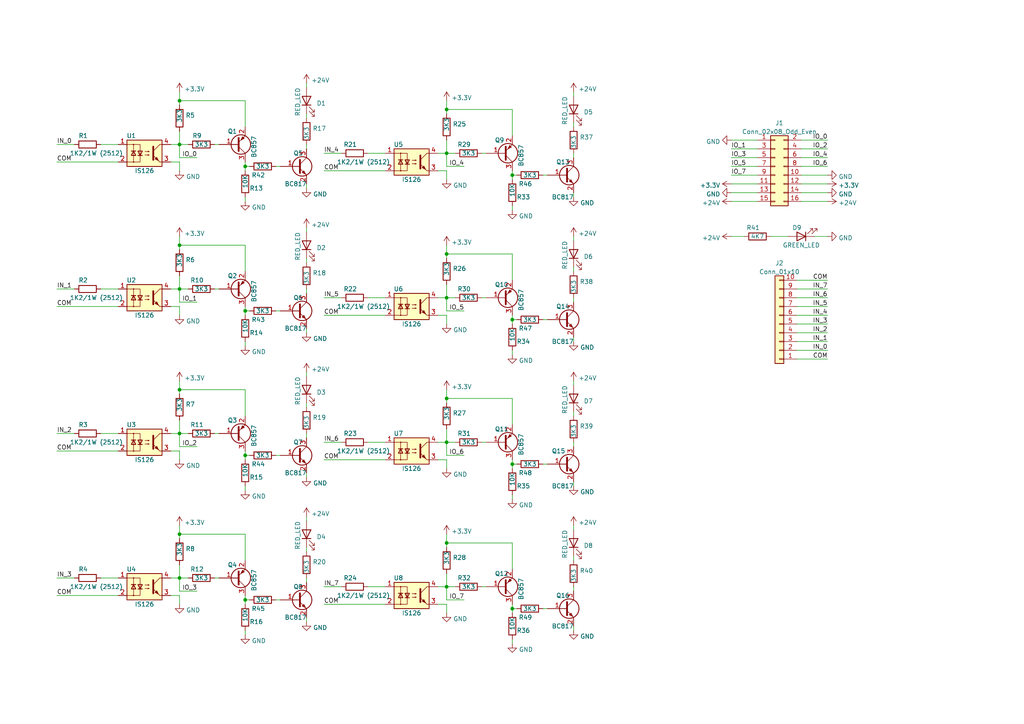
<source format=kicad_sch>
(kicad_sch (version 20211123) (generator eeschema)
  (paper "A4")
  (title_block (title "din-8") (date "2023-04-06") (rev "1.1") (company "www.iotvertebrae.com") (comment 1 "Mechanical design: Xavier Pi") (comment 2 "Circuit & PCB design: Jordi Binefa"))
  (lib_symbols
    (symbol "Connector_Generic:Conn_01x10" (pin_names (offset 1.016) hide)
      (property "Reference" "J" (at 0 12.7 0))
      (property "Value" "Conn_01x10" (at 0 -15.24 0))
      (symbol "Conn_01x10_1_1"
        (pin passive line (at -5.08 10.16 0) (length 3.81) (name "Pin_1") (number "1"))
        (pin passive line (at -5.08 -12.7 0) (length 3.81) (name "Pin_10") (number "10"))
        (pin passive line (at -5.08 7.62 0) (length 3.81) (name "Pin_2") (number "2"))
        (pin passive line (at -5.08 5.08 0) (length 3.81) (name "Pin_3") (number "3"))
        (pin passive line (at -5.08 2.54 0) (length 3.81) (name "Pin_4") (number "4"))
        (pin passive line (at -5.08 0 0) (length 3.81) (name "Pin_5") (number "5"))
        (pin passive line (at -5.08 -2.54 0) (length 3.81) (name "Pin_6") (number "6"))
        (pin passive line (at -5.08 -5.08 0) (length 3.81) (name "Pin_7") (number "7"))
        (pin passive line (at -5.08 -7.62 0) (length 3.81) (name "Pin_8") (number "8"))
        (pin passive line (at -5.08 -10.16 0) (length 3.81) (name "Pin_9") (number "9"))
      )
    )
    (symbol "Connector_Generic:Conn_02x08_Odd_Even" (pin_names (offset 1.016) hide)
      (property "Reference" "J" (at 1.27 10.16 0))
      (property "Value" "Conn_02x08_Odd_Even" (at 1.27 -12.7 0))
      (symbol "Conn_02x08_Odd_Even_1_1"
        (pin passive line (at -5.08 7.62 0) (length 3.81) (name "Pin_1") (number "1"))
        (pin passive line (at 7.62 -2.54 180) (length 3.81) (name "Pin_10") (number "10"))
        (pin passive line (at -5.08 -5.08 0) (length 3.81) (name "Pin_11") (number "11"))
        (pin passive line (at 7.62 -5.08 180) (length 3.81) (name "Pin_12") (number "12"))
        (pin passive line (at -5.08 -7.62 0) (length 3.81) (name "Pin_13") (number "13"))
        (pin passive line (at 7.62 -7.62 180) (length 3.81) (name "Pin_14") (number "14"))
        (pin passive line (at -5.08 -10.16 0) (length 3.81) (name "Pin_15") (number "15"))
        (pin passive line (at 7.62 -10.16 180) (length 3.81) (name "Pin_16") (number "16"))
        (pin passive line (at 7.62 7.62 180) (length 3.81) (name "Pin_2") (number "2"))
        (pin passive line (at -5.08 5.08 0) (length 3.81) (name "Pin_3") (number "3"))
        (pin passive line (at 7.62 5.08 180) (length 3.81) (name "Pin_4") (number "4"))
        (pin passive line (at -5.08 2.54 0) (length 3.81) (name "Pin_5") (number "5"))
        (pin passive line (at 7.62 2.54 180) (length 3.81) (name "Pin_6") (number "6"))
        (pin passive line (at -5.08 0 0) (length 3.81) (name "Pin_7") (number "7"))
        (pin passive line (at 7.62 0 180) (length 3.81) (name "Pin_8") (number "8"))
        (pin passive line (at -5.08 -2.54 0) (length 3.81) (name "Pin_9") (number "9"))
      )
    )
    (symbol "Device:LED" (pin_numbers hide) (pin_names (offset 1.016) hide)
      (property "Reference" "D" (at 0 2.54 0))
      (property "Value" "LED" (at 0 -2.54 0))
      (symbol "LED_1_1"
        (pin passive line (at -3.81 0 0) (length 2.54) (name "K") (number "1"))
        (pin passive line (at 3.81 0 180) (length 2.54) (name "A") (number "2"))
      )
    )
    (symbol "Device:R" (pin_numbers hide) (pin_names (offset 0))
      (property "Reference" "R" (at 2.032 0 90))
      (property "Value" "R" (at 0 0 90))
      (symbol "R_1_1"
        (pin passive line (at 0 3.81 270) (length 1.27) (name "~") (number "1"))
        (pin passive line (at 0 -3.81 90) (length 1.27) (name "~") (number "2"))
      )
    )
    (symbol "Isolator:PC3H4" (pin_names (offset 1.016))
      (property "Reference" "U" (at -5.08 5.08 0))
      (property "Value" "PC3H4" (at 0 5.08 0))
      (symbol "PC3H4_1_1"
        (pin passive line (at -7.62 2.54 0) (length 2.54) (name "~") (number "1"))
        (pin passive line (at -7.62 -2.54 0) (length 2.54) (name "~") (number "2"))
        (pin passive line (at 7.62 -2.54 180) (length 2.54) (name "~") (number "3"))
        (pin passive line (at 7.62 2.54 180) (length 2.54) (name "~") (number "4"))
      )
    )
    (symbol "Transistor_BJT:BC817" (pin_names (offset 0) hide)
      (property "Reference" "Q" (at 5.08 1.905 0))
      (property "Value" "BC817" (at 5.08 0 0))
      (symbol "BC817_1_1"
        (pin input line (at -5.08 0 0) (length 5.715) (name "B") (number "1"))
        (pin passive line (at 2.54 -5.08 90) (length 2.54) (name "E") (number "2"))
        (pin passive line (at 2.54 5.08 270) (length 2.54) (name "C") (number "3"))
      )
    )
    (symbol "Transistor_BJT:BC857" (pin_names (offset 0) hide)
      (property "Reference" "Q" (at 5.08 1.905 0))
      (property "Value" "BC857" (at 5.08 0 0))
      (symbol "BC857_1_1"
        (pin input line (at -5.08 0 0) (length 5.715) (name "B") (number "1"))
        (pin passive line (at 2.54 -5.08 90) (length 2.54) (name "E") (number "2"))
        (pin passive line (at 2.54 5.08 270) (length 2.54) (name "C") (number "3"))
      )
    )
    (symbol "power:+24V" (power) (pin_names (offset 0))
      (property "Value" "+24V" (at 0 3.556 0))
      (symbol "+24V_1_1"
        (pin power_in line (at 0 0 90) (length 0) hide (name "+24V") (number "1"))
      )
    )
    (symbol "power:+3.3V" (power) (pin_names (offset 0))
      (property "Value" "+3.3V" (at 0 3.556 0))
      (symbol "+3.3V_1_1"
        (pin power_in line (at 0 0 90) (length 0) hide (name "+3.3V") (number "1"))
      )
    )
    (symbol "power:GND" (power) (pin_names (offset 0))
      (property "Value" "GND" (at 0 -3.81 0))
      (symbol "GND_1_1"
        (pin power_in line (at 0 0 270) (length 0) hide (name "GND") (number "1"))
      )
    )
  )
  (junction (at 71.12 173.99))
  (junction (at 148.59 92.71))
  (junction (at 129.54 170.18))
  (junction (at 52.07 154.94))
  (junction (at 129.54 115.57))
  (junction (at 71.12 48.26))
  (junction (at 52.07 29.21))
  (junction (at 148.59 50.8))
  (junction (at 129.54 128.27))
  (junction (at 52.07 167.64))
  (junction (at 148.59 176.53))
  (junction (at 129.54 44.45))
  (junction (at 71.12 90.17))
  (junction (at 148.59 134.62))
  (junction (at 52.07 113.03))
  (junction (at 129.54 73.66))
  (junction (at 129.54 31.75))
  (junction (at 52.07 83.82))
  (junction (at 71.12 132.08))
  (junction (at 52.07 41.91))
  (junction (at 52.07 125.73))
  (junction (at 129.54 86.36))
  (junction (at 129.54 157.48))
  (junction (at 52.07 71.12))
  (wire (pts (xy 93.98 128.27) (xy 99.06 128.27)))
  (wire (pts (xy 71.12 132.08) (xy 72.39 132.08)))
  (wire (pts (xy 148.59 143.51) (xy 148.59 144.78)))
  (wire (pts (xy 166.37 44.45) (xy 166.37 45.72)))
  (wire (pts (xy 148.59 91.44) (xy 148.59 92.71)))
  (wire (pts (xy 212.09 68.58) (xy 215.9 68.58)))
  (wire (pts (xy 148.59 175.26) (xy 148.59 176.53)))
  (wire (pts (xy 129.54 133.35) (xy 129.54 135.89)))
  (wire (pts (xy 106.68 44.45) (xy 111.76 44.45)))
  (wire (pts (xy 166.37 139.7) (xy 166.37 140.97)))
  (wire (pts (xy 52.07 71.12) (xy 52.07 72.39)))
  (wire (pts (xy 231.14 81.28) (xy 240.03 81.28)))
  (wire (pts (xy 57.15 129.54) (xy 52.07 129.54)))
  (wire (pts (xy 88.9 107.95) (xy 88.9 109.22)))
  (wire (pts (xy 129.54 40.64) (xy 129.54 44.45)))
  (wire (pts (xy 129.54 154.94) (xy 129.54 157.48)))
  (wire (pts (xy 166.37 128.27) (xy 166.37 129.54)))
  (wire (pts (xy 80.01 173.99) (xy 81.28 173.99)))
  (wire (pts (xy 166.37 55.88) (xy 166.37 57.15)))
  (wire (pts (xy 52.07 26.67) (xy 52.07 29.21)))
  (wire (pts (xy 52.07 46.99) (xy 52.07 49.53)))
  (wire (pts (xy 88.9 116.84) (xy 88.9 118.11)))
  (wire (pts (xy 212.09 55.88) (xy 219.71 55.88)))
  (wire (pts (xy 71.12 90.17) (xy 72.39 90.17)))
  (wire (pts (xy 129.54 31.75) (xy 148.59 31.75)))
  (wire (pts (xy 166.37 68.58) (xy 166.37 69.85)))
  (wire (pts (xy 52.07 88.9) (xy 52.07 91.44)))
  (wire (pts (xy 52.07 83.82) (xy 54.61 83.82)))
  (wire (pts (xy 232.41 48.26) (xy 240.03 48.26)))
  (wire (pts (xy 232.41 58.42) (xy 240.03 58.42)))
  (wire (pts (xy 129.54 173.99) (xy 129.54 170.18)))
  (wire (pts (xy 62.23 125.73) (xy 63.5 125.73)))
  (wire (pts (xy 148.59 176.53) (xy 149.86 176.53)))
  (wire (pts (xy 52.07 113.03) (xy 71.12 113.03)))
  (wire (pts (xy 127 133.35) (xy 129.54 133.35)))
  (wire (pts (xy 148.59 50.8) (xy 148.59 52.07)))
  (wire (pts (xy 52.07 41.91) (xy 54.61 41.91)))
  (wire (pts (xy 148.59 101.6) (xy 148.59 102.87)))
  (wire (pts (xy 231.14 86.36) (xy 240.03 86.36)))
  (wire (pts (xy 129.54 44.45) (xy 132.08 44.45)))
  (wire (pts (xy 71.12 99.06) (xy 71.12 100.33)))
  (wire (pts (xy 129.54 128.27) (xy 127 128.27)))
  (wire (pts (xy 52.07 130.81) (xy 52.07 133.35)))
  (wire (pts (xy 129.54 86.36) (xy 127 86.36)))
  (wire (pts (xy 71.12 140.97) (xy 71.12 142.24)))
  (wire (pts (xy 52.07 167.64) (xy 54.61 167.64)))
  (wire (pts (xy 223.52 68.58) (xy 228.6 68.58)))
  (wire (pts (xy 88.9 74.93) (xy 88.9 76.2)))
  (wire (pts (xy 71.12 132.08) (xy 71.12 133.35)))
  (wire (pts (xy 129.54 82.55) (xy 129.54 86.36)))
  (wire (pts (xy 166.37 161.29) (xy 166.37 162.56)))
  (wire (pts (xy 134.62 48.26) (xy 129.54 48.26)))
  (wire (pts (xy 29.21 41.91) (xy 34.29 41.91)))
  (wire (pts (xy 148.59 176.53) (xy 148.59 177.8)))
  (wire (pts (xy 212.09 40.64) (xy 219.71 40.64)))
  (wire (pts (xy 88.9 33.02) (xy 88.9 34.29)))
  (wire (pts (xy 106.68 128.27) (xy 111.76 128.27)))
  (wire (pts (xy 231.14 83.82) (xy 240.03 83.82)))
  (wire (pts (xy 148.59 134.62) (xy 149.86 134.62)))
  (wire (pts (xy 62.23 83.82) (xy 63.5 83.82)))
  (wire (pts (xy 71.12 48.26) (xy 71.12 49.53)))
  (wire (pts (xy 134.62 173.99) (xy 129.54 173.99)))
  (wire (pts (xy 93.98 170.18) (xy 99.06 170.18)))
  (wire (pts (xy 166.37 110.49) (xy 166.37 111.76)))
  (wire (pts (xy 62.23 167.64) (xy 63.5 167.64)))
  (wire (pts (xy 148.59 31.75) (xy 148.59 39.37)))
  (wire (pts (xy 166.37 181.61) (xy 166.37 182.88)))
  (wire (pts (xy 71.12 48.26) (xy 72.39 48.26)))
  (wire (pts (xy 57.15 45.72) (xy 52.07 45.72)))
  (wire (pts (xy 129.54 91.44) (xy 129.54 93.98)))
  (wire (pts (xy 232.41 43.18) (xy 240.03 43.18)))
  (wire (pts (xy 129.54 157.48) (xy 148.59 157.48)))
  (wire (pts (xy 88.9 137.16) (xy 88.9 138.43)))
  (wire (pts (xy 148.59 133.35) (xy 148.59 134.62)))
  (wire (pts (xy 231.14 99.06) (xy 240.03 99.06)))
  (wire (pts (xy 129.54 31.75) (xy 129.54 33.02)))
  (wire (pts (xy 29.21 83.82) (xy 34.29 83.82)))
  (wire (pts (xy 129.54 128.27) (xy 132.08 128.27)))
  (wire (pts (xy 71.12 154.94) (xy 71.12 162.56)))
  (wire (pts (xy 71.12 113.03) (xy 71.12 120.65)))
  (wire (pts (xy 52.07 45.72) (xy 52.07 41.91)))
  (wire (pts (xy 49.53 46.99) (xy 52.07 46.99)))
  (wire (pts (xy 148.59 73.66) (xy 148.59 81.28)))
  (wire (pts (xy 129.54 157.48) (xy 129.54 158.75)))
  (wire (pts (xy 231.14 96.52) (xy 240.03 96.52)))
  (wire (pts (xy 16.51 167.64) (xy 21.59 167.64)))
  (wire (pts (xy 52.07 38.1) (xy 52.07 41.91)))
  (wire (pts (xy 52.07 152.4) (xy 52.07 154.94)))
  (wire (pts (xy 166.37 77.47) (xy 166.37 78.74)))
  (wire (pts (xy 16.51 172.72) (xy 34.29 172.72)))
  (wire (pts (xy 80.01 132.08) (xy 81.28 132.08)))
  (wire (pts (xy 93.98 133.35) (xy 111.76 133.35)))
  (wire (pts (xy 212.09 43.18) (xy 219.71 43.18)))
  (wire (pts (xy 52.07 29.21) (xy 71.12 29.21)))
  (wire (pts (xy 52.07 80.01) (xy 52.07 83.82)))
  (wire (pts (xy 71.12 88.9) (xy 71.12 90.17)))
  (wire (pts (xy 62.23 41.91) (xy 63.5 41.91)))
  (wire (pts (xy 88.9 53.34) (xy 88.9 54.61)))
  (wire (pts (xy 71.12 130.81) (xy 71.12 132.08)))
  (wire (pts (xy 212.09 58.42) (xy 219.71 58.42)))
  (wire (pts (xy 129.54 48.26) (xy 129.54 44.45)))
  (wire (pts (xy 129.54 124.46) (xy 129.54 128.27)))
  (wire (pts (xy 129.54 86.36) (xy 132.08 86.36)))
  (wire (pts (xy 93.98 91.44) (xy 111.76 91.44)))
  (wire (pts (xy 212.09 50.8) (xy 219.71 50.8)))
  (wire (pts (xy 71.12 46.99) (xy 71.12 48.26)))
  (wire (pts (xy 127 91.44) (xy 129.54 91.44)))
  (wire (pts (xy 166.37 26.67) (xy 166.37 27.94)))
  (wire (pts (xy 232.41 55.88) (xy 240.03 55.88)))
  (wire (pts (xy 129.54 115.57) (xy 129.54 116.84)))
  (wire (pts (xy 139.7 86.36) (xy 140.97 86.36)))
  (wire (pts (xy 166.37 119.38) (xy 166.37 120.65)))
  (wire (pts (xy 88.9 83.82) (xy 88.9 85.09)))
  (wire (pts (xy 157.48 50.8) (xy 158.75 50.8)))
  (wire (pts (xy 231.14 104.14) (xy 240.03 104.14)))
  (wire (pts (xy 52.07 29.21) (xy 52.07 30.48)))
  (wire (pts (xy 52.07 171.45) (xy 52.07 167.64)))
  (wire (pts (xy 134.62 132.08) (xy 129.54 132.08)))
  (wire (pts (xy 166.37 170.18) (xy 166.37 171.45)))
  (wire (pts (xy 88.9 95.25) (xy 88.9 96.52)))
  (wire (pts (xy 127 49.53) (xy 129.54 49.53)))
  (wire (pts (xy 148.59 157.48) (xy 148.59 165.1)))
  (wire (pts (xy 88.9 24.13) (xy 88.9 25.4)))
  (wire (pts (xy 16.51 88.9) (xy 34.29 88.9)))
  (wire (pts (xy 166.37 35.56) (xy 166.37 36.83)))
  (wire (pts (xy 88.9 149.86) (xy 88.9 151.13)))
  (wire (pts (xy 52.07 110.49) (xy 52.07 113.03)))
  (wire (pts (xy 232.41 50.8) (xy 240.03 50.8)))
  (wire (pts (xy 129.54 71.12) (xy 129.54 73.66)))
  (wire (pts (xy 129.54 29.21) (xy 129.54 31.75)))
  (wire (pts (xy 93.98 44.45) (xy 99.06 44.45)))
  (wire (pts (xy 129.54 115.57) (xy 148.59 115.57)))
  (wire (pts (xy 52.07 121.92) (xy 52.07 125.73)))
  (wire (pts (xy 129.54 90.17) (xy 129.54 86.36)))
  (wire (pts (xy 148.59 185.42) (xy 148.59 186.69)))
  (wire (pts (xy 148.59 50.8) (xy 149.86 50.8)))
  (wire (pts (xy 148.59 115.57) (xy 148.59 123.19)))
  (wire (pts (xy 88.9 41.91) (xy 88.9 43.18)))
  (wire (pts (xy 231.14 88.9) (xy 240.03 88.9)))
  (wire (pts (xy 129.54 73.66) (xy 148.59 73.66)))
  (wire (pts (xy 212.09 48.26) (xy 219.71 48.26)))
  (wire (pts (xy 129.54 44.45) (xy 127 44.45)))
  (wire (pts (xy 52.07 83.82) (xy 49.53 83.82)))
  (wire (pts (xy 80.01 90.17) (xy 81.28 90.17)))
  (wire (pts (xy 88.9 66.04) (xy 88.9 67.31)))
  (wire (pts (xy 88.9 158.75) (xy 88.9 160.02)))
  (wire (pts (xy 71.12 172.72) (xy 71.12 173.99)))
  (wire (pts (xy 16.51 46.99) (xy 34.29 46.99)))
  (wire (pts (xy 232.41 45.72) (xy 240.03 45.72)))
  (wire (pts (xy 129.54 113.03) (xy 129.54 115.57)))
  (wire (pts (xy 49.53 172.72) (xy 52.07 172.72)))
  (wire (pts (xy 52.07 125.73) (xy 49.53 125.73)))
  (wire (pts (xy 232.41 40.64) (xy 240.03 40.64)))
  (wire (pts (xy 52.07 129.54) (xy 52.07 125.73)))
  (wire (pts (xy 129.54 49.53) (xy 129.54 52.07)))
  (wire (pts (xy 57.15 171.45) (xy 52.07 171.45)))
  (wire (pts (xy 148.59 59.69) (xy 148.59 60.96)))
  (wire (pts (xy 129.54 132.08) (xy 129.54 128.27)))
  (wire (pts (xy 166.37 152.4) (xy 166.37 153.67)))
  (wire (pts (xy 231.14 91.44) (xy 240.03 91.44)))
  (wire (pts (xy 16.51 125.73) (xy 21.59 125.73)))
  (wire (pts (xy 212.09 45.72) (xy 219.71 45.72)))
  (wire (pts (xy 129.54 170.18) (xy 132.08 170.18)))
  (wire (pts (xy 29.21 125.73) (xy 34.29 125.73)))
  (wire (pts (xy 93.98 175.26) (xy 111.76 175.26)))
  (wire (pts (xy 129.54 170.18) (xy 127 170.18)))
  (wire (pts (xy 88.9 125.73) (xy 88.9 127)))
  (wire (pts (xy 49.53 130.81) (xy 52.07 130.81)))
  (wire (pts (xy 106.68 170.18) (xy 111.76 170.18)))
  (wire (pts (xy 106.68 86.36) (xy 111.76 86.36)))
  (wire (pts (xy 52.07 68.58) (xy 52.07 71.12)))
  (wire (pts (xy 88.9 167.64) (xy 88.9 168.91)))
  (wire (pts (xy 52.07 154.94) (xy 71.12 154.94)))
  (wire (pts (xy 52.07 41.91) (xy 49.53 41.91)))
  (wire (pts (xy 129.54 166.37) (xy 129.54 170.18)))
  (wire (pts (xy 127 175.26) (xy 129.54 175.26)))
  (wire (pts (xy 129.54 175.26) (xy 129.54 177.8)))
  (wire (pts (xy 16.51 83.82) (xy 21.59 83.82)))
  (wire (pts (xy 148.59 49.53) (xy 148.59 50.8)))
  (wire (pts (xy 231.14 101.6) (xy 240.03 101.6)))
  (wire (pts (xy 231.14 93.98) (xy 240.03 93.98)))
  (wire (pts (xy 49.53 88.9) (xy 52.07 88.9)))
  (wire (pts (xy 157.48 176.53) (xy 158.75 176.53)))
  (wire (pts (xy 71.12 182.88) (xy 71.12 184.15)))
  (wire (pts (xy 71.12 29.21) (xy 71.12 36.83)))
  (wire (pts (xy 71.12 90.17) (xy 71.12 91.44)))
  (wire (pts (xy 71.12 173.99) (xy 71.12 175.26)))
  (wire (pts (xy 139.7 44.45) (xy 140.97 44.45)))
  (wire (pts (xy 93.98 86.36) (xy 99.06 86.36)))
  (wire (pts (xy 16.51 41.91) (xy 21.59 41.91)))
  (wire (pts (xy 71.12 173.99) (xy 72.39 173.99)))
  (wire (pts (xy 52.07 125.73) (xy 54.61 125.73)))
  (wire (pts (xy 52.07 172.72) (xy 52.07 175.26)))
  (wire (pts (xy 236.22 68.58) (xy 240.03 68.58)))
  (wire (pts (xy 71.12 71.12) (xy 71.12 78.74)))
  (wire (pts (xy 166.37 86.36) (xy 166.37 87.63)))
  (wire (pts (xy 93.98 49.53) (xy 111.76 49.53)))
  (wire (pts (xy 134.62 90.17) (xy 129.54 90.17)))
  (wire (pts (xy 139.7 128.27) (xy 140.97 128.27)))
  (wire (pts (xy 157.48 92.71) (xy 158.75 92.71)))
  (wire (pts (xy 148.59 92.71) (xy 149.86 92.71)))
  (wire (pts (xy 52.07 113.03) (xy 52.07 114.3)))
  (wire (pts (xy 148.59 134.62) (xy 148.59 135.89)))
  (wire (pts (xy 80.01 48.26) (xy 81.28 48.26)))
  (wire (pts (xy 71.12 57.15) (xy 71.12 58.42)))
  (wire (pts (xy 157.48 134.62) (xy 158.75 134.62)))
  (wire (pts (xy 139.7 170.18) (xy 140.97 170.18)))
  (wire (pts (xy 29.21 167.64) (xy 34.29 167.64)))
  (wire (pts (xy 52.07 154.94) (xy 52.07 156.21)))
  (wire (pts (xy 52.07 71.12) (xy 71.12 71.12)))
  (wire (pts (xy 52.07 87.63) (xy 52.07 83.82)))
  (wire (pts (xy 166.37 97.79) (xy 166.37 99.06)))
  (wire (pts (xy 88.9 179.07) (xy 88.9 180.34)))
  (wire (pts (xy 212.09 53.34) (xy 219.71 53.34)))
  (wire (pts (xy 57.15 87.63) (xy 52.07 87.63)))
  (wire (pts (xy 52.07 167.64) (xy 49.53 167.64)))
  (wire (pts (xy 52.07 163.83) (xy 52.07 167.64)))
  (wire (pts (xy 16.51 130.81) (xy 34.29 130.81)))
  (wire (pts (xy 129.54 73.66) (xy 129.54 74.93)))
  (wire (pts (xy 232.41 53.34) (xy 240.03 53.34)))
  (wire (pts (xy 148.59 92.71) (xy 148.59 93.98)))
  (label "COM" (at 93.98 133.35 0))
  (label "IN_6" (at 240.03 86.36 180))
  (label "COM" (at 93.98 175.26 0))
  (label "IO_6" (at 134.62 132.08 180))
  (label "COM" (at 16.51 172.72 0))
  (label "IO_0" (at 57.15 45.72 180))
  (label "IN_1" (at 16.51 83.82 0))
  (label "IN_2" (at 16.51 125.73 0))
  (label "IO_2" (at 240.03 43.18 180))
  (label "IN_6" (at 93.98 128.27 0))
  (label "COM" (at 16.51 130.81 0))
  (label "COM" (at 93.98 49.53 0))
  (label "IO_4" (at 134.62 48.26 180))
  (label "COM" (at 93.98 91.44 0))
  (label "IN_4" (at 93.98 44.45 0))
  (label "IO_5" (at 212.09 48.26 0))
  (label "IO_6" (at 240.03 48.26 180))
  (label "IN_0" (at 16.51 41.91 0))
  (label "COM" (at 240.03 104.14 180))
  (label "COM" (at 240.03 81.28 180))
  (label "IO_3" (at 212.09 45.72 0))
  (label "IO_0" (at 240.03 40.64 180))
  (label "IO_4" (at 240.03 45.72 180))
  (label "IO_2" (at 57.15 129.54 180))
  (label "IN_1" (at 240.03 99.06 180))
  (label "IN_5" (at 240.03 88.9 180))
  (label "IO_3" (at 57.15 171.45 180))
  (label "IN_2" (at 240.03 96.52 180))
  (label "COM" (at 16.51 46.99 0))
  (label "IO_1" (at 212.09 43.18 0))
  (label "IN_7" (at 240.03 83.82 180))
  (label "IN_4" (at 240.03 91.44 180))
  (label "IN_5" (at 93.98 86.36 0))
  (label "IO_1" (at 57.15 87.63 180))
  (label "IN_3" (at 240.03 93.98 180))
  (label "IN_0" (at 240.03 101.6 180))
  (label "IO_7" (at 134.62 173.99 180))
  (label "COM" (at 16.51 88.9 0))
  (label "IN_3" (at 16.51 167.64 0))
  (label "IO_7" (at 212.09 50.8 0))
  (label "IO_5" (at 134.62 90.17 180))
  (label "IN_7" (at 93.98 170.18 0))
  (symbol (lib_id "Device:R") (at 153.67 176.53 90) (unit 1)
    (property "Reference" "R49" (at 152.4 179.07 90))
    (property "Value" "3K3" (at 153.67 176.53 90))
    (property "Footprint" "Resistor_SMD:R_0805_2012Metric_Pad1.20x1.40mm_HandSolder" (effects hide))
  )
  (symbol (lib_id "Transistor_BJT:BC817") (at 163.83 134.62 0) (unit 1)
    (property "Reference" "Q15" (at 160.02 130.81 0) (effects (justify left)))
    (property "Value" "BC817" (at 160.02 140.97 0) (effects (justify left)))
    (property "Footprint" "Package_TO_SOT_SMD:SOT-23" (effects hide))
    (property "Datasheet" "https://www.onsemi.com/pub/Collateral/BC818-D.pdf" (effects hide))
  )
  (symbol (lib_id "Device:R") (at 102.87 170.18 90) (unit 1)
    (property "Reference" "R24" (at 101.6 167.64 90))
    (property "Value" "1K2/1W (2512)" (at 105.41 172.72 90))
    (property "Footprint" "Resistor_SMD:R_2512_6332Metric_Pad1.40x3.35mm_HandSolder" (effects hide))
  )
  (symbol (lib_id "power:+3.3V") (at 240.03 53.34 270) (unit 1)
    (property "Reference" "#PWR047" (effects hide))
    (property "Value" "+3.3V" (at 243.205 53.7738 90) (effects (justify left)))
  )
  (symbol (lib_id "Device:LED") (at 166.37 73.66 90) (unit 1)
    (property "Reference" "D6" (at 169.291 74.4128 90) (effects (justify right)))
    (property "Value" "RED_LED" (at 163.83 69.85 0) (effects (justify right)))
    (property "Footprint" "LED_SMD:LED_1206_3216Metric_Pad1.42x1.75mm_HandSolder" (effects hide))
  )
  (symbol (lib_id "Connector_Generic:Conn_02x08_Odd_Even") (at 224.79 48.26 0) (unit 1)
    (property "Reference" "J1" (at 226.06 35.6702 0))
    (property "Value" "Conn_02x08_Odd_Even" (at 226.06 38.2071 0))
    (property "Footprint" "Connector_PinHeader_2.54mm:PinHeader_2x08_P2.54mm_Vertical" (effects hide))
  )
  (symbol (lib_id "power:+24V") (at 88.9 66.04 0) (unit 1)
    (property "Reference" "#PWR015" (effects hide))
    (property "Value" "+24V" (at 90.297 65.2038 0) (effects (justify left)))
  )
  (symbol (lib_id "power:+3.3V") (at 129.54 71.12 0) (unit 1)
    (property "Reference" "#PWR023" (effects hide))
    (property "Value" "+3.3V" (at 130.937 70.2838 0) (effects (justify left)))
  )
  (symbol (lib_id "power:+3.3V") (at 129.54 113.03 0) (unit 1)
    (property "Reference" "#PWR025" (effects hide))
    (property "Value" "+3.3V" (at 130.937 112.1938 0) (effects (justify left)))
  )
  (symbol (lib_id "Device:R") (at 52.07 34.29 0) (unit 1)
    (property "Reference" "R5" (at 53.848 33.4553 0) (effects (justify left)))
    (property "Value" "3K3" (at 52.07 35.56 90) (effects (justify left)))
    (property "Footprint" "Resistor_SMD:R_0805_2012Metric_Pad1.20x1.40mm_HandSolder" (effects hide))
  )
  (symbol (lib_id "Device:R") (at 135.89 170.18 90) (unit 1)
    (property "Reference" "R32" (at 134.62 167.64 90))
    (property "Value" "3K3" (at 135.89 170.18 90))
    (property "Footprint" "Resistor_SMD:R_0805_2012Metric_Pad1.20x1.40mm_HandSolder" (effects hide))
  )
  (symbol (lib_id "power:+3.3V") (at 129.54 154.94 0) (unit 1)
    (property "Reference" "#PWR027" (effects hide))
    (property "Value" "+3.3V" (at 130.937 154.1038 0) (effects (justify left)))
  )
  (symbol (lib_id "Isolator:PC3H4") (at 41.91 170.18 0) (unit 1)
    (property "Reference" "U4" (at 38.1 165.1 0))
    (property "Value" "IS126" (at 41.91 175.26 0))
    (property "Footprint" "Package_SO:SOIC-4_IS126_4.55x3.7mm_P2.54mm" (effects hide))
    (property "Datasheet" "http://www.sharpsme.com/download/pc3h4-epdf" (effects hide))
  )
  (symbol (lib_id "Device:R") (at 88.9 80.01 0) (unit 1)
    (property "Reference" "R18" (at 90.678 79.1753 0) (effects (justify left)))
    (property "Value" "3K3" (at 88.9 82.55 90) (effects (justify left)))
    (property "Footprint" "Resistor_SMD:R_0805_2012Metric_Pad1.20x1.40mm_HandSolder" (effects hide))
  )
  (symbol (lib_id "Device:R") (at 148.59 139.7 0) (unit 1)
    (property "Reference" "R35" (at 149.86 140.97 0) (effects (justify left)))
    (property "Value" "10K" (at 148.59 140.97 90) (effects (justify left)))
    (property "Footprint" "Resistor_SMD:R_0805_2012Metric_Pad1.20x1.40mm_HandSolder" (effects hide))
  )
  (symbol (lib_id "Device:R") (at 219.71 68.58 90) (unit 1)
    (property "Reference" "R41" (at 218.44 66.04 90))
    (property "Value" "4K7" (at 219.71 68.58 90))
    (property "Footprint" "Resistor_SMD:R_0805_2012Metric_Pad1.20x1.40mm_HandSolder" (effects hide))
  )
  (symbol (lib_id "Device:LED") (at 232.41 68.58 180) (unit 1)
    (property "Reference" "D9" (at 231.14 66.04 0))
    (property "Value" "GREEN_LED" (at 232.41 71.12 0))
    (property "Footprint" "LED_SMD:LED_1206_3216Metric_Pad1.42x1.75mm_HandSolder" (effects hide))
  )
  (symbol (lib_id "Transistor_BJT:BC817") (at 163.83 176.53 0) (unit 1)
    (property "Reference" "Q16" (at 161.29 172.72 0) (effects (justify left)))
    (property "Value" "BC817" (at 160.02 181.61 0) (effects (justify left)))
    (property "Footprint" "Package_TO_SOT_SMD:SOT-23" (effects hide))
    (property "Datasheet" "https://www.onsemi.com/pub/Collateral/BC818-D.pdf" (effects hide))
  )
  (symbol (lib_id "Transistor_BJT:BC857") (at 146.05 44.45 0) (mirror x) (unit 1)
    (property "Reference" "Q9" (at 143.51 40.64 0) (effects (justify left)))
    (property "Value" "BC857" (at 151.13 41.91 90) (effects (justify left)))
    (property "Footprint" "Package_TO_SOT_SMD:SOT-23" (effects hide))
    (property "Datasheet" "https://www.onsemi.com/pub/Collateral/BC860-D.pdf" (effects hide))
  )
  (symbol (lib_id "power:GND") (at 71.12 58.42 0) (unit 1)
    (property "Reference" "#PWR09" (effects hide))
    (property "Value" "GND" (at 73.025 60.1238 0) (effects (justify left)))
  )
  (symbol (lib_id "power:+24V") (at 88.9 107.95 0) (unit 1)
    (property "Reference" "#PWR017" (effects hide))
    (property "Value" "+24V" (at 90.297 107.1138 0) (effects (justify left)))
  )
  (symbol (lib_id "power:GND") (at 52.07 175.26 0) (unit 1)
    (property "Reference" "#PWR08" (effects hide))
    (property "Value" "GND" (at 53.975 176.9638 0) (effects (justify left)))
  )
  (symbol (lib_id "Transistor_BJT:BC857") (at 146.05 128.27 0) (mirror x) (unit 1)
    (property "Reference" "Q11" (at 143.51 124.46 0) (effects (justify left)))
    (property "Value" "BC857" (at 151.13 125.73 90) (effects (justify left)))
    (property "Footprint" "Package_TO_SOT_SMD:SOT-23" (effects hide))
    (property "Datasheet" "https://www.onsemi.com/pub/Collateral/BC860-D.pdf" (effects hide))
  )
  (symbol (lib_id "Device:LED") (at 166.37 157.48 90) (unit 1)
    (property "Reference" "D8" (at 169.291 158.2328 90) (effects (justify right)))
    (property "Value" "RED_LED" (at 163.83 153.67 0) (effects (justify right)))
    (property "Footprint" "LED_SMD:LED_1206_3216Metric_Pad1.42x1.75mm_HandSolder" (effects hide))
  )
  (symbol (lib_id "power:+3.3V") (at 52.07 110.49 0) (unit 1)
    (property "Reference" "#PWR05" (effects hide))
    (property "Value" "+3.3V" (at 53.467 109.6538 0) (effects (justify left)))
  )
  (symbol (lib_id "Transistor_BJT:BC857") (at 68.58 83.82 0) (mirror x) (unit 1)
    (property "Reference" "Q2" (at 66.04 80.01 0) (effects (justify left)))
    (property "Value" "BC857" (at 73.66 81.28 90) (effects (justify left)))
    (property "Footprint" "Package_TO_SOT_SMD:SOT-23" (effects hide))
    (property "Datasheet" "https://www.onsemi.com/pub/Collateral/BC860-D.pdf" (effects hide))
  )
  (symbol (lib_id "power:GND") (at 71.12 142.24 0) (unit 1)
    (property "Reference" "#PWR011" (effects hide))
    (property "Value" "GND" (at 73.025 143.9438 0) (effects (justify left)))
  )
  (symbol (lib_id "Device:LED") (at 88.9 113.03 90) (unit 1)
    (property "Reference" "D3" (at 91.821 113.7828 90) (effects (justify right)))
    (property "Value" "RED_LED" (at 86.36 109.22 0) (effects (justify right)))
    (property "Footprint" "LED_SMD:LED_1206_3216Metric_Pad1.42x1.75mm_HandSolder" (effects hide))
  )
  (symbol (lib_id "power:GND") (at 52.07 91.44 0) (unit 1)
    (property "Reference" "#PWR04" (effects hide))
    (property "Value" "GND" (at 53.975 93.1438 0) (effects (justify left)))
  )
  (symbol (lib_id "Device:R") (at 76.2 90.17 90) (unit 1)
    (property "Reference" "R43" (at 74.93 92.71 90))
    (property "Value" "3K3" (at 76.2 90.17 90))
    (property "Footprint" "Resistor_SMD:R_0805_2012Metric_Pad1.20x1.40mm_HandSolder" (effects hide))
  )
  (symbol (lib_id "power:GND") (at 129.54 177.8 0) (unit 1)
    (property "Reference" "#PWR028" (effects hide))
    (property "Value" "GND" (at 131.445 179.5038 0) (effects (justify left)))
  )
  (symbol (lib_id "Device:R") (at 153.67 134.62 90) (unit 1)
    (property "Reference" "R48" (at 152.4 137.16 90))
    (property "Value" "3K3" (at 153.67 134.62 90))
    (property "Footprint" "Resistor_SMD:R_0805_2012Metric_Pad1.20x1.40mm_HandSolder" (effects hide))
  )
  (symbol (lib_id "power:+24V") (at 212.09 68.58 90) (unit 1)
    (property "Reference" "#PWR045" (effects hide))
    (property "Value" "+24V" (at 208.915 69.0138 90) (effects (justify left)))
  )
  (symbol (lib_id "Device:LED") (at 166.37 115.57 90) (unit 1)
    (property "Reference" "D7" (at 169.291 116.3228 90) (effects (justify right)))
    (property "Value" "RED_LED" (at 163.83 111.76 0) (effects (justify right)))
    (property "Footprint" "LED_SMD:LED_1206_3216Metric_Pad1.42x1.75mm_HandSolder" (effects hide))
  )
  (symbol (lib_id "power:GND") (at 129.54 52.07 0) (unit 1)
    (property "Reference" "#PWR022" (effects hide))
    (property "Value" "GND" (at 131.445 53.7738 0) (effects (justify left)))
  )
  (symbol (lib_id "Device:R") (at 135.89 86.36 90) (unit 1)
    (property "Reference" "R30" (at 134.62 83.82 90))
    (property "Value" "3K3" (at 135.89 86.36 90))
    (property "Footprint" "Resistor_SMD:R_0805_2012Metric_Pad1.20x1.40mm_HandSolder" (effects hide))
  )
  (symbol (lib_id "Transistor_BJT:BC857") (at 146.05 86.36 0) (mirror x) (unit 1)
    (property "Reference" "Q10" (at 143.51 82.55 0) (effects (justify left)))
    (property "Value" "BC857" (at 151.13 83.82 90) (effects (justify left)))
    (property "Footprint" "Package_TO_SOT_SMD:SOT-23" (effects hide))
    (property "Datasheet" "https://www.onsemi.com/pub/Collateral/BC860-D.pdf" (effects hide))
  )
  (symbol (lib_id "Device:R") (at 129.54 162.56 0) (unit 1)
    (property "Reference" "R28" (at 131.318 161.7253 0) (effects (justify left)))
    (property "Value" "3K3" (at 129.54 163.83 90) (effects (justify left)))
    (property "Footprint" "Resistor_SMD:R_0805_2012Metric_Pad1.20x1.40mm_HandSolder" (effects hide))
  )
  (symbol (lib_id "Device:R") (at 129.54 36.83 0) (unit 1)
    (property "Reference" "R25" (at 131.318 35.9953 0) (effects (justify left)))
    (property "Value" "3K3" (at 129.54 38.1 90) (effects (justify left)))
    (property "Footprint" "Resistor_SMD:R_0805_2012Metric_Pad1.20x1.40mm_HandSolder" (effects hide))
  )
  (symbol (lib_id "power:+3.3V") (at 212.09 53.34 90) (unit 1)
    (property "Reference" "#PWR042" (effects hide))
    (property "Value" "+3.3V" (at 208.915 53.7738 90) (effects (justify left)))
  )
  (symbol (lib_id "Device:R") (at 71.12 95.25 0) (unit 1)
    (property "Reference" "R14" (at 72.39 96.52 0) (effects (justify left)))
    (property "Value" "10K" (at 71.12 96.52 90) (effects (justify left)))
    (property "Footprint" "Resistor_SMD:R_0805_2012Metric_Pad1.20x1.40mm_HandSolder" (effects hide))
  )
  (symbol (lib_id "Device:R") (at 25.4 83.82 90) (unit 1)
    (property "Reference" "R2" (at 24.13 81.28 90))
    (property "Value" "1K2/1W (2512)" (at 27.94 86.36 90))
    (property "Footprint" "Resistor_SMD:R_2512_6332Metric_Pad1.40x3.35mm_HandSolder" (effects hide))
  )
  (symbol (lib_id "power:+24V") (at 166.37 110.49 0) (unit 1)
    (property "Reference" "#PWR037" (effects hide))
    (property "Value" "+24V" (at 167.767 109.6538 0) (effects (justify left)))
  )
  (symbol (lib_id "Device:R") (at 129.54 78.74 0) (unit 1)
    (property "Reference" "R26" (at 131.318 77.9053 0) (effects (justify left)))
    (property "Value" "3K3" (at 129.54 80.01 90) (effects (justify left)))
    (property "Footprint" "Resistor_SMD:R_0805_2012Metric_Pad1.20x1.40mm_HandSolder" (effects hide))
  )
  (symbol (lib_id "Isolator:PC3H4") (at 41.91 128.27 0) (unit 1)
    (property "Reference" "U3" (at 38.1 123.19 0))
    (property "Value" "IS126" (at 41.91 133.35 0))
    (property "Footprint" "Package_SO:SOIC-4_IS126_4.55x3.7mm_P2.54mm" (effects hide))
    (property "Datasheet" "http://www.sharpsme.com/download/pc3h4-epdf" (effects hide))
  )
  (symbol (lib_id "Device:R") (at 71.12 137.16 0) (unit 1)
    (property "Reference" "R15" (at 72.39 138.43 0) (effects (justify left)))
    (property "Value" "10K" (at 71.12 138.43 90) (effects (justify left)))
    (property "Footprint" "Resistor_SMD:R_0805_2012Metric_Pad1.20x1.40mm_HandSolder" (effects hide))
  )
  (symbol (lib_id "power:GND") (at 240.03 68.58 90) (unit 1)
    (property "Reference" "#PWR050" (effects hide))
    (property "Value" "GND" (at 243.205 69.0138 90) (effects (justify right)))
  )
  (symbol (lib_id "Device:R") (at 58.42 41.91 90) (unit 1)
    (property "Reference" "R9" (at 57.15 39.37 90))
    (property "Value" "3K3" (at 58.42 41.91 90))
    (property "Footprint" "Resistor_SMD:R_0805_2012Metric_Pad1.20x1.40mm_HandSolder" (effects hide))
  )
  (symbol (lib_id "Device:R") (at 25.4 125.73 90) (unit 1)
    (property "Reference" "R3" (at 24.13 123.19 90))
    (property "Value" "1K2/1W (2512)" (at 27.94 128.27 90))
    (property "Footprint" "Resistor_SMD:R_2512_6332Metric_Pad1.40x3.35mm_HandSolder" (effects hide))
  )
  (symbol (lib_id "Device:R") (at 76.2 173.99 90) (unit 1)
    (property "Reference" "R45" (at 74.93 176.53 90))
    (property "Value" "3K3" (at 76.2 173.99 90))
    (property "Footprint" "Resistor_SMD:R_0805_2012Metric_Pad1.20x1.40mm_HandSolder" (effects hide))
  )
  (symbol (lib_id "power:+3.3V") (at 129.54 29.21 0) (unit 1)
    (property "Reference" "#PWR021" (effects hide))
    (property "Value" "+3.3V" (at 130.937 28.3738 0) (effects (justify left)))
  )
  (symbol (lib_id "Device:R") (at 58.42 125.73 90) (unit 1)
    (property "Reference" "R11" (at 57.15 123.19 90))
    (property "Value" "3K3" (at 58.42 125.73 90))
    (property "Footprint" "Resistor_SMD:R_0805_2012Metric_Pad1.20x1.40mm_HandSolder" (effects hide))
  )
  (symbol (lib_id "power:+3.3V") (at 52.07 68.58 0) (unit 1)
    (property "Reference" "#PWR03" (effects hide))
    (property "Value" "+3.3V" (at 53.467 67.7438 0) (effects (justify left)))
  )
  (symbol (lib_id "Isolator:PC3H4") (at 119.38 88.9 0) (unit 1)
    (property "Reference" "U6" (at 115.57 83.82 0))
    (property "Value" "IS126" (at 119.38 93.98 0))
    (property "Footprint" "Package_SO:SOIC-4_IS126_4.55x3.7mm_P2.54mm" (effects hide))
    (property "Datasheet" "http://www.sharpsme.com/download/pc3h4-epdf" (effects hide))
  )
  (symbol (lib_id "power:GND") (at 88.9 138.43 0) (unit 1)
    (property "Reference" "#PWR018" (effects hide))
    (property "Value" "GND" (at 90.805 140.1338 0) (effects (justify left)))
  )
  (symbol (lib_id "Device:R") (at 166.37 82.55 0) (unit 1)
    (property "Reference" "R38" (at 168.148 81.7153 0) (effects (justify left)))
    (property "Value" "3K3" (at 166.37 85.09 90) (effects (justify left)))
    (property "Footprint" "Resistor_SMD:R_0805_2012Metric_Pad1.20x1.40mm_HandSolder" (effects hide))
  )
  (symbol (lib_id "Device:R") (at 102.87 128.27 90) (unit 1)
    (property "Reference" "R23" (at 101.6 125.73 90))
    (property "Value" "1K2/1W (2512)" (at 105.41 130.81 90))
    (property "Footprint" "Resistor_SMD:R_2512_6332Metric_Pad1.40x3.35mm_HandSolder" (effects hide))
  )
  (symbol (lib_id "power:+24V") (at 212.09 58.42 90) (unit 1)
    (property "Reference" "#PWR044" (effects hide))
    (property "Value" "+24V" (at 208.915 58.8538 90) (effects (justify left)))
  )
  (symbol (lib_id "Transistor_BJT:BC857") (at 68.58 167.64 0) (mirror x) (unit 1)
    (property "Reference" "Q4" (at 66.04 163.83 0) (effects (justify left)))
    (property "Value" "BC857" (at 73.66 165.1 90) (effects (justify left)))
    (property "Footprint" "Package_TO_SOT_SMD:SOT-23" (effects hide))
    (property "Datasheet" "https://www.onsemi.com/pub/Collateral/BC860-D.pdf" (effects hide))
  )
  (symbol (lib_id "Device:R") (at 129.54 120.65 0) (unit 1)
    (property "Reference" "R27" (at 131.318 119.8153 0) (effects (justify left)))
    (property "Value" "3K3" (at 129.54 121.92 90) (effects (justify left)))
    (property "Footprint" "Resistor_SMD:R_0805_2012Metric_Pad1.20x1.40mm_HandSolder" (effects hide))
  )
  (symbol (lib_id "Device:R") (at 76.2 48.26 90) (unit 1)
    (property "Reference" "R42" (at 74.93 50.8 90))
    (property "Value" "3K3" (at 76.2 48.26 90))
    (property "Footprint" "Resistor_SMD:R_0805_2012Metric_Pad1.20x1.40mm_HandSolder" (effects hide))
  )
  (symbol (lib_id "Isolator:PC3H4") (at 119.38 172.72 0) (unit 1)
    (property "Reference" "U8" (at 115.57 167.64 0))
    (property "Value" "IS126" (at 119.38 177.8 0))
    (property "Footprint" "Package_SO:SOIC-4_IS126_4.55x3.7mm_P2.54mm" (effects hide))
    (property "Datasheet" "http://www.sharpsme.com/download/pc3h4-epdf" (effects hide))
  )
  (symbol (lib_id "power:GND") (at 52.07 133.35 0) (unit 1)
    (property "Reference" "#PWR06" (effects hide))
    (property "Value" "GND" (at 53.975 135.0538 0) (effects (justify left)))
  )
  (symbol (lib_id "Device:R") (at 71.12 53.34 0) (unit 1)
    (property "Reference" "R13" (at 72.39 54.61 0) (effects (justify left)))
    (property "Value" "10K" (at 71.12 54.61 90) (effects (justify left)))
    (property "Footprint" "Resistor_SMD:R_0805_2012Metric_Pad1.20x1.40mm_HandSolder" (effects hide))
  )
  (symbol (lib_id "power:GND") (at 129.54 135.89 0) (unit 1)
    (property "Reference" "#PWR026" (effects hide))
    (property "Value" "GND" (at 131.445 137.5938 0) (effects (justify left)))
  )
  (symbol (lib_id "Transistor_BJT:BC857") (at 68.58 41.91 0) (mirror x) (unit 1)
    (property "Reference" "Q1" (at 66.04 38.1 0) (effects (justify left)))
    (property "Value" "BC857" (at 73.66 39.37 90) (effects (justify left)))
    (property "Footprint" "Package_TO_SOT_SMD:SOT-23" (effects hide))
    (property "Datasheet" "https://www.onsemi.com/pub/Collateral/BC860-D.pdf" (effects hide))
  )
  (symbol (lib_id "power:+24V") (at 240.03 58.42 270) (unit 1)
    (property "Reference" "#PWR049" (effects hide))
    (property "Value" "+24V" (at 243.205 58.8538 90) (effects (justify left)))
  )
  (symbol (lib_id "power:+3.3V") (at 52.07 26.67 0) (unit 1)
    (property "Reference" "#PWR01" (effects hide))
    (property "Value" "+3.3V" (at 53.467 25.8338 0) (effects (justify left)))
  )
  (symbol (lib_id "Device:R") (at 58.42 83.82 90) (unit 1)
    (property "Reference" "R10" (at 57.15 81.28 90))
    (property "Value" "3K3" (at 58.42 83.82 90))
    (property "Footprint" "Resistor_SMD:R_0805_2012Metric_Pad1.20x1.40mm_HandSolder" (effects hide))
  )
  (symbol (lib_id "Transistor_BJT:BC817") (at 86.36 90.17 0) (unit 1)
    (property "Reference" "Q6" (at 85.09 86.36 0) (effects (justify left)))
    (property "Value" "BC817" (at 82.55 95.25 0) (effects (justify left)))
    (property "Footprint" "Package_TO_SOT_SMD:SOT-23" (effects hide))
    (property "Datasheet" "https://www.onsemi.com/pub/Collateral/BC818-D.pdf" (effects hide))
  )
  (symbol (lib_id "Device:R") (at 135.89 128.27 90) (unit 1)
    (property "Reference" "R31" (at 134.62 125.73 90))
    (property "Value" "3K3" (at 135.89 128.27 90))
    (property "Footprint" "Resistor_SMD:R_0805_2012Metric_Pad1.20x1.40mm_HandSolder" (effects hide))
  )
  (symbol (lib_id "Device:R") (at 71.12 179.07 0) (unit 1)
    (property "Reference" "R16" (at 72.39 180.34 0) (effects (justify left)))
    (property "Value" "10K" (at 71.12 180.34 90) (effects (justify left)))
    (property "Footprint" "Resistor_SMD:R_0805_2012Metric_Pad1.20x1.40mm_HandSolder" (effects hide))
  )
  (symbol (lib_id "Isolator:PC3H4") (at 41.91 86.36 0) (unit 1)
    (property "Reference" "U2" (at 38.1 81.28 0))
    (property "Value" "IS126" (at 41.91 91.44 0))
    (property "Footprint" "Package_SO:SOIC-4_IS126_4.55x3.7mm_P2.54mm" (effects hide))
    (property "Datasheet" "http://www.sharpsme.com/download/pc3h4-epdf" (effects hide))
  )
  (symbol (lib_id "Connector_Generic:Conn_01x10") (at 226.06 93.98 180) (unit 1)
    (property "Reference" "J2" (at 226.06 76.3102 0))
    (property "Value" "Conn_01x10" (at 226.06 78.8471 0))
    (property "Footprint" "Connector_Phoenix_MSTB:PhoenixContact_MSTBA_2,5_10-G-5,08_1x10_P5.08mm_Horizontal" (effects hide))
  )
  (symbol (lib_id "power:+24V") (at 166.37 26.67 0) (unit 1)
    (property "Reference" "#PWR033" (effects hide))
    (property "Value" "+24V" (at 167.767 25.8338 0) (effects (justify left)))
  )
  (symbol (lib_id "power:GND") (at 88.9 54.61 0) (unit 1)
    (property "Reference" "#PWR014" (effects hide))
    (property "Value" "GND" (at 90.805 56.3138 0) (effects (justify left)))
  )
  (symbol (lib_id "power:GND") (at 148.59 144.78 0) (unit 1)
    (property "Reference" "#PWR031" (effects hide))
    (property "Value" "GND" (at 150.495 146.4838 0) (effects (justify left)))
  )
  (symbol (lib_id "Device:R") (at 88.9 163.83 0) (unit 1)
    (property "Reference" "R20" (at 90.678 162.9953 0) (effects (justify left)))
    (property "Value" "3K3" (at 88.9 166.37 90) (effects (justify left)))
    (property "Footprint" "Resistor_SMD:R_0805_2012Metric_Pad1.20x1.40mm_HandSolder" (effects hide))
  )
  (symbol (lib_id "Device:R") (at 148.59 55.88 0) (unit 1)
    (property "Reference" "R33" (at 149.86 57.15 0) (effects (justify left)))
    (property "Value" "10K" (at 148.59 57.15 90) (effects (justify left)))
    (property "Footprint" "Resistor_SMD:R_0805_2012Metric_Pad1.20x1.40mm_HandSolder" (effects hide))
  )
  (symbol (lib_id "Device:R") (at 52.07 118.11 0) (unit 1)
    (property "Reference" "R7" (at 53.848 117.2753 0) (effects (justify left)))
    (property "Value" "3K3" (at 52.07 119.38 90) (effects (justify left)))
    (property "Footprint" "Resistor_SMD:R_0805_2012Metric_Pad1.20x1.40mm_HandSolder" (effects hide))
  )
  (symbol (lib_id "power:GND") (at 212.09 40.64 270) (unit 1)
    (property "Reference" "#PWR041" (effects hide))
    (property "Value" "GND" (at 208.9151 41.0738 90) (effects (justify right)))
  )
  (symbol (lib_id "power:GND") (at 88.9 180.34 0) (unit 1)
    (property "Reference" "#PWR020" (effects hide))
    (property "Value" "GND" (at 90.805 182.0438 0) (effects (justify left)))
  )
  (symbol (lib_id "power:GND") (at 166.37 182.88 0) (unit 1)
    (property "Reference" "#PWR040" (effects hide))
    (property "Value" "GND" (at 168.275 184.5838 0) (effects (justify left)))
  )
  (symbol (lib_id "Device:LED") (at 88.9 71.12 90) (unit 1)
    (property "Reference" "D2" (at 91.821 71.8728 90) (effects (justify right)))
    (property "Value" "RED_LED" (at 86.36 67.31 0) (effects (justify right)))
    (property "Footprint" "LED_SMD:LED_1206_3216Metric_Pad1.42x1.75mm_HandSolder" (effects hide))
  )
  (symbol (lib_id "Device:LED") (at 166.37 31.75 90) (unit 1)
    (property "Reference" "D5" (at 169.291 32.5028 90) (effects (justify right)))
    (property "Value" "RED_LED" (at 163.83 27.94 0) (effects (justify right)))
    (property "Footprint" "LED_SMD:LED_1206_3216Metric_Pad1.42x1.75mm_HandSolder" (effects hide))
  )
  (symbol (lib_id "power:GND") (at 129.54 93.98 0) (unit 1)
    (property "Reference" "#PWR024" (effects hide))
    (property "Value" "GND" (at 131.445 95.6838 0) (effects (justify left)))
  )
  (symbol (lib_id "Device:R") (at 166.37 40.64 0) (unit 1)
    (property "Reference" "R37" (at 168.148 39.8053 0) (effects (justify left)))
    (property "Value" "3K3" (at 166.37 43.18 90) (effects (justify left)))
    (property "Footprint" "Resistor_SMD:R_0805_2012Metric_Pad1.20x1.40mm_HandSolder" (effects hide))
  )
  (symbol (lib_id "power:GND") (at 166.37 99.06 0) (unit 1)
    (property "Reference" "#PWR036" (effects hide))
    (property "Value" "GND" (at 168.275 100.7638 0) (effects (justify left)))
  )
  (symbol (lib_id "power:GND") (at 212.09 55.88 270) (unit 1)
    (property "Reference" "#PWR043" (effects hide))
    (property "Value" "GND" (at 208.9151 56.3138 90) (effects (justify right)))
  )
  (symbol (lib_id "power:GND") (at 52.07 49.53 0) (unit 1)
    (property "Reference" "#PWR02" (effects hide))
    (property "Value" "GND" (at 53.975 51.2338 0) (effects (justify left)))
  )
  (symbol (lib_id "Isolator:PC3H4") (at 119.38 46.99 0) (unit 1)
    (property "Reference" "U5" (at 115.57 41.91 0))
    (property "Value" "IS126" (at 119.38 52.07 0))
    (property "Footprint" "Package_SO:SOIC-4_IS126_4.55x3.7mm_P2.54mm" (effects hide))
    (property "Datasheet" "http://www.sharpsme.com/download/pc3h4-epdf" (effects hide))
  )
  (symbol (lib_id "Device:R") (at 102.87 44.45 90) (unit 1)
    (property "Reference" "R21" (at 101.6 41.91 90))
    (property "Value" "1K2/1W (2512)" (at 105.41 46.99 90))
    (property "Footprint" "Resistor_SMD:R_2512_6332Metric_Pad1.40x3.35mm_HandSolder" (effects hide))
  )
  (symbol (lib_id "power:GND") (at 71.12 184.15 0) (unit 1)
    (property "Reference" "#PWR012" (effects hide))
    (property "Value" "GND" (at 73.025 185.8538 0) (effects (justify left)))
  )
  (symbol (lib_id "power:+24V") (at 166.37 68.58 0) (unit 1)
    (property "Reference" "#PWR035" (effects hide))
    (property "Value" "+24V" (at 167.767 67.7438 0) (effects (justify left)))
  )
  (symbol (lib_id "power:GND") (at 148.59 60.96 0) (unit 1)
    (property "Reference" "#PWR029" (effects hide))
    (property "Value" "GND" (at 150.495 62.6638 0) (effects (justify left)))
  )
  (symbol (lib_id "Device:R") (at 135.89 44.45 90) (unit 1)
    (property "Reference" "R29" (at 134.62 41.91 90))
    (property "Value" "3K3" (at 135.89 44.45 90))
    (property "Footprint" "Resistor_SMD:R_0805_2012Metric_Pad1.20x1.40mm_HandSolder" (effects hide))
  )
  (symbol (lib_id "Device:R") (at 166.37 166.37 0) (unit 1)
    (property "Reference" "R40" (at 168.148 165.5353 0) (effects (justify left)))
    (property "Value" "3K3" (at 166.37 168.91 90) (effects (justify left)))
    (property "Footprint" "Resistor_SMD:R_0805_2012Metric_Pad1.20x1.40mm_HandSolder" (effects hide))
  )
  (symbol (lib_id "Device:R") (at 25.4 41.91 90) (unit 1)
    (property "Reference" "R1" (at 24.13 39.37 90))
    (property "Value" "1K2/1W (2512)" (at 27.94 44.45 90))
    (property "Footprint" "Resistor_SMD:R_2512_6332Metric_Pad1.40x3.35mm_HandSolder" (effects hide))
  )
  (symbol (lib_id "power:+3.3V") (at 52.07 152.4 0) (unit 1)
    (property "Reference" "#PWR07" (effects hide))
    (property "Value" "+3.3V" (at 53.467 151.5638 0) (effects (justify left)))
  )
  (symbol (lib_id "power:GND") (at 166.37 140.97 0) (unit 1)
    (property "Reference" "#PWR038" (effects hide))
    (property "Value" "GND" (at 168.275 142.6738 0) (effects (justify left)))
  )
  (symbol (lib_id "Device:R") (at 52.07 76.2 0) (unit 1)
    (property "Reference" "R6" (at 53.848 75.3653 0) (effects (justify left)))
    (property "Value" "3K3" (at 52.07 77.47 90) (effects (justify left)))
    (property "Footprint" "Resistor_SMD:R_0805_2012Metric_Pad1.20x1.40mm_HandSolder" (effects hide))
  )
  (symbol (lib_id "Device:R") (at 88.9 38.1 0) (unit 1)
    (property "Reference" "R17" (at 90.678 37.2653 0) (effects (justify left)))
    (property "Value" "3K3" (at 88.9 40.64 90) (effects (justify left)))
    (property "Footprint" "Resistor_SMD:R_0805_2012Metric_Pad1.20x1.40mm_HandSolder" (effects hide))
  )
  (symbol (lib_id "power:GND") (at 166.37 57.15 0) (unit 1)
    (property "Reference" "#PWR034" (effects hide))
    (property "Value" "GND" (at 168.275 58.8538 0) (effects (justify left)))
  )
  (symbol (lib_id "Isolator:PC3H4") (at 41.91 44.45 0) (unit 1)
    (property "Reference" "U1" (at 38.1 39.37 0))
    (property "Value" "IS126" (at 41.91 49.53 0))
    (property "Footprint" "Package_SO:SOIC-4_IS126_4.55x3.7mm_P2.54mm" (effects hide))
    (property "Datasheet" "http://www.sharpsme.com/download/pc3h4-epdf" (effects hide))
  )
  (symbol (lib_id "Device:R") (at 88.9 121.92 0) (unit 1)
    (property "Reference" "R19" (at 90.678 121.0853 0) (effects (justify left)))
    (property "Value" "3K3" (at 88.9 124.46 90) (effects (justify left)))
    (property "Footprint" "Resistor_SMD:R_0805_2012Metric_Pad1.20x1.40mm_HandSolder" (effects hide))
  )
  (symbol (lib_id "power:+24V") (at 166.37 152.4 0) (unit 1)
    (property "Reference" "#PWR039" (effects hide))
    (property "Value" "+24V" (at 167.767 151.5638 0) (effects (justify left)))
  )
  (symbol (lib_id "Transistor_BJT:BC817") (at 163.83 92.71 0) (unit 1)
    (property "Reference" "Q14" (at 161.29 88.9 0) (effects (justify left)))
    (property "Value" "BC817" (at 160.02 99.06 0) (effects (justify left)))
    (property "Footprint" "Package_TO_SOT_SMD:SOT-23" (effects hide))
    (property "Datasheet" "https://www.onsemi.com/pub/Collateral/BC818-D.pdf" (effects hide))
  )
  (symbol (lib_id "Isolator:PC3H4") (at 119.38 130.81 0) (unit 1)
    (property "Reference" "U7" (at 115.57 125.73 0))
    (property "Value" "IS126" (at 119.38 135.89 0))
    (property "Footprint" "Package_SO:SOIC-4_IS126_4.55x3.7mm_P2.54mm" (effects hide))
    (property "Datasheet" "http://www.sharpsme.com/download/pc3h4-epdf" (effects hide))
  )
  (symbol (lib_id "power:GND") (at 240.03 50.8 90) (unit 1)
    (property "Reference" "#PWR046" (effects hide))
    (property "Value" "GND" (at 243.205 51.2338 90) (effects (justify right)))
  )
  (symbol (lib_id "power:+24V") (at 88.9 24.13 0) (unit 1)
    (property "Reference" "#PWR013" (effects hide))
    (property "Value" "+24V" (at 90.297 23.2938 0) (effects (justify left)))
  )
  (symbol (lib_id "Device:R") (at 25.4 167.64 90) (unit 1)
    (property "Reference" "R4" (at 24.13 165.1 90))
    (property "Value" "1K2/1W (2512)" (at 27.94 170.18 90))
    (property "Footprint" "Resistor_SMD:R_2512_6332Metric_Pad1.40x3.35mm_HandSolder" (effects hide))
  )
  (symbol (lib_id "Device:LED") (at 88.9 29.21 90) (unit 1)
    (property "Reference" "D1" (at 91.821 29.9628 90) (effects (justify right)))
    (property "Value" "RED_LED" (at 86.36 25.4 0) (effects (justify right)))
    (property "Footprint" "LED_SMD:LED_1206_3216Metric_Pad1.42x1.75mm_HandSolder" (effects hide))
  )
  (symbol (lib_id "power:GND") (at 148.59 186.69 0) (unit 1)
    (property "Reference" "#PWR032" (effects hide))
    (property "Value" "GND" (at 150.495 188.3938 0) (effects (justify left)))
  )
  (symbol (lib_id "Device:R") (at 148.59 97.79 0) (unit 1)
    (property "Reference" "R34" (at 149.86 99.06 0) (effects (justify left)))
    (property "Value" "10K" (at 148.59 99.06 90) (effects (justify left)))
    (property "Footprint" "Resistor_SMD:R_0805_2012Metric_Pad1.20x1.40mm_HandSolder" (effects hide))
  )
  (symbol (lib_id "Transistor_BJT:BC817") (at 86.36 132.08 0) (unit 1)
    (property "Reference" "Q7" (at 85.09 128.27 0) (effects (justify left)))
    (property "Value" "BC817" (at 82.55 137.16 0) (effects (justify left)))
    (property "Footprint" "Package_TO_SOT_SMD:SOT-23" (effects hide))
    (property "Datasheet" "https://www.onsemi.com/pub/Collateral/BC818-D.pdf" (effects hide))
  )
  (symbol (lib_id "Device:R") (at 52.07 160.02 0) (unit 1)
    (property "Reference" "R8" (at 53.848 159.1853 0) (effects (justify left)))
    (property "Value" "3K3" (at 52.07 161.29 90) (effects (justify left)))
    (property "Footprint" "Resistor_SMD:R_0805_2012Metric_Pad1.20x1.40mm_HandSolder" (effects hide))
  )
  (symbol (lib_id "power:GND") (at 88.9 96.52 0) (unit 1)
    (property "Reference" "#PWR016" (effects hide))
    (property "Value" "GND" (at 90.805 98.2238 0) (effects (justify left)))
  )
  (symbol (lib_id "Device:R") (at 58.42 167.64 90) (unit 1)
    (property "Reference" "R12" (at 57.15 165.1 90))
    (property "Value" "3K3" (at 58.42 167.64 90))
    (property "Footprint" "Resistor_SMD:R_0805_2012Metric_Pad1.20x1.40mm_HandSolder" (effects hide))
  )
  (symbol (lib_id "Device:LED") (at 88.9 154.94 90) (unit 1)
    (property "Reference" "D4" (at 91.821 155.6928 90) (effects (justify right)))
    (property "Value" "RED_LED" (at 86.36 151.13 0) (effects (justify right)))
    (property "Footprint" "LED_SMD:LED_1206_3216Metric_Pad1.42x1.75mm_HandSolder" (effects hide))
  )
  (symbol (lib_id "Transistor_BJT:BC817") (at 86.36 173.99 0) (unit 1)
    (property "Reference" "Q8" (at 85.09 170.18 0) (effects (justify left)))
    (property "Value" "BC817" (at 82.55 179.07 0) (effects (justify left)))
    (property "Footprint" "Package_TO_SOT_SMD:SOT-23" (effects hide))
    (property "Datasheet" "https://www.onsemi.com/pub/Collateral/BC818-D.pdf" (effects hide))
  )
  (symbol (lib_id "Device:R") (at 153.67 50.8 90) (unit 1)
    (property "Reference" "R46" (at 152.4 53.34 90))
    (property "Value" "3K3" (at 153.67 50.8 90))
    (property "Footprint" "Resistor_SMD:R_0805_2012Metric_Pad1.20x1.40mm_HandSolder" (effects hide))
  )
  (symbol (lib_id "Device:R") (at 153.67 92.71 90) (unit 1)
    (property "Reference" "R47" (at 152.4 95.25 90))
    (property "Value" "3K3" (at 153.67 92.71 90))
    (property "Footprint" "Resistor_SMD:R_0805_2012Metric_Pad1.20x1.40mm_HandSolder" (effects hide))
  )
  (symbol (lib_id "power:GND") (at 240.03 55.88 90) (unit 1)
    (property "Reference" "#PWR048" (effects hide))
    (property "Value" "GND" (at 243.205 56.3138 90) (effects (justify right)))
  )
  (symbol (lib_id "power:GND") (at 71.12 100.33 0) (unit 1)
    (property "Reference" "#PWR010" (effects hide))
    (property "Value" "GND" (at 73.025 102.0338 0) (effects (justify left)))
  )
  (symbol (lib_id "Device:R") (at 102.87 86.36 90) (unit 1)
    (property "Reference" "R22" (at 101.6 83.82 90))
    (property "Value" "1K2/1W (2512)" (at 105.41 88.9 90))
    (property "Footprint" "Resistor_SMD:R_2512_6332Metric_Pad1.40x3.35mm_HandSolder" (effects hide))
  )
  (symbol (lib_id "Transistor_BJT:BC817") (at 86.36 48.26 0) (unit 1)
    (property "Reference" "Q5" (at 85.09 44.45 0) (effects (justify left)))
    (property "Value" "BC817" (at 82.55 53.34 0) (effects (justify left)))
    (property "Footprint" "Package_TO_SOT_SMD:SOT-23" (effects hide))
    (property "Datasheet" "https://www.onsemi.com/pub/Collateral/BC818-D.pdf" (effects hide))
  )
  (symbol (lib_id "Transistor_BJT:BC857") (at 68.58 125.73 0) (mirror x) (unit 1)
    (property "Reference" "Q3" (at 66.04 121.92 0) (effects (justify left)))
    (property "Value" "BC857" (at 73.66 123.19 90) (effects (justify left)))
    (property "Footprint" "Package_TO_SOT_SMD:SOT-23" (effects hide))
    (property "Datasheet" "https://www.onsemi.com/pub/Collateral/BC860-D.pdf" (effects hide))
  )
  (symbol (lib_id "Device:R") (at 148.59 181.61 0) (unit 1)
    (property "Reference" "R36" (at 149.86 182.88 0) (effects (justify left)))
    (property "Value" "10K" (at 148.59 182.88 90) (effects (justify left)))
    (property "Footprint" "Resistor_SMD:R_0805_2012Metric_Pad1.20x1.40mm_HandSolder" (effects hide))
  )
  (symbol (lib_id "power:GND") (at 148.59 102.87 0) (unit 1)
    (property "Reference" "#PWR030" (effects hide))
    (property "Value" "GND" (at 150.495 104.5738 0) (effects (justify left)))
  )
  (symbol (lib_id "power:+24V") (at 88.9 149.86 0) (unit 1)
    (property "Reference" "#PWR019" (effects hide))
    (property "Value" "+24V" (at 90.297 149.0238 0) (effects (justify left)))
  )
  (symbol (lib_id "Device:R") (at 166.37 124.46 0) (unit 1)
    (property "Reference" "R39" (at 168.148 123.6253 0) (effects (justify left)))
    (property "Value" "3K3" (at 166.37 127 90) (effects (justify left)))
    (property "Footprint" "Resistor_SMD:R_0805_2012Metric_Pad1.20x1.40mm_HandSolder" (effects hide))
  )
  (symbol (lib_id "Transistor_BJT:BC857") (at 146.05 170.18 0) (mirror x) (unit 1)
    (property "Reference" "Q12" (at 143.51 166.37 0) (effects (justify left)))
    (property "Value" "BC857" (at 151.13 167.64 90) (effects (justify left)))
    (property "Footprint" "Package_TO_SOT_SMD:SOT-23" (effects hide))
    (property "Datasheet" "https://www.onsemi.com/pub/Collateral/BC860-D.pdf" (effects hide))
  )
  (symbol (lib_id "Device:R") (at 76.2 132.08 90) (unit 1)
    (property "Reference" "R44" (at 74.93 134.62 90))
    (property "Value" "3K3" (at 76.2 132.08 90))
    (property "Footprint" "Resistor_SMD:R_0805_2012Metric_Pad1.20x1.40mm_HandSolder" (effects hide))
  )
  (symbol (lib_id "Transistor_BJT:BC817") (at 163.83 50.8 0) (unit 1)
    (property "Reference" "Q13" (at 161.29 46.99 0) (effects (justify left)))
    (property "Value" "BC817" (at 160.02 57.15 0) (effects (justify left)))
    (property "Footprint" "Package_TO_SOT_SMD:SOT-23" (effects hide))
    (property "Datasheet" "https://www.onsemi.com/pub/Collateral/BC818-D.pdf" (effects hide))
  )
)
</source>
